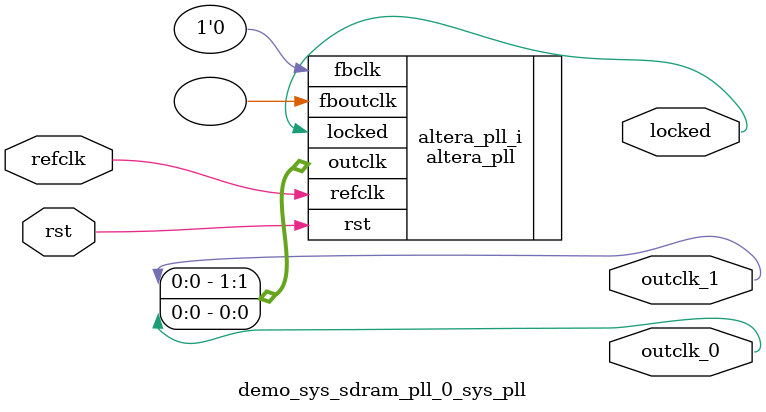
<source format=v>
`timescale 1ns/10ps
module  demo_sys_sdram_pll_0_sys_pll(

	// interface 'refclk'
	input wire refclk,

	// interface 'reset'
	input wire rst,

	// interface 'outclk0'
	output wire outclk_0,

	// interface 'outclk1'
	output wire outclk_1,

	// interface 'locked'
	output wire locked
);

	altera_pll #(
		.fractional_vco_multiplier("false"),
		.reference_clock_frequency("50.0 MHz"),
		.operation_mode("direct"),
		.number_of_clocks(2),
		.output_clock_frequency0("50.000000 MHz"),
		.phase_shift0("0 ps"),
		.duty_cycle0(50),
		.output_clock_frequency1("50.000000 MHz"),
		.phase_shift1("-3000 ps"),
		.duty_cycle1(50),
		.output_clock_frequency2("0 MHz"),
		.phase_shift2("0 ps"),
		.duty_cycle2(50),
		.output_clock_frequency3("0 MHz"),
		.phase_shift3("0 ps"),
		.duty_cycle3(50),
		.output_clock_frequency4("0 MHz"),
		.phase_shift4("0 ps"),
		.duty_cycle4(50),
		.output_clock_frequency5("0 MHz"),
		.phase_shift5("0 ps"),
		.duty_cycle5(50),
		.output_clock_frequency6("0 MHz"),
		.phase_shift6("0 ps"),
		.duty_cycle6(50),
		.output_clock_frequency7("0 MHz"),
		.phase_shift7("0 ps"),
		.duty_cycle7(50),
		.output_clock_frequency8("0 MHz"),
		.phase_shift8("0 ps"),
		.duty_cycle8(50),
		.output_clock_frequency9("0 MHz"),
		.phase_shift9("0 ps"),
		.duty_cycle9(50),
		.output_clock_frequency10("0 MHz"),
		.phase_shift10("0 ps"),
		.duty_cycle10(50),
		.output_clock_frequency11("0 MHz"),
		.phase_shift11("0 ps"),
		.duty_cycle11(50),
		.output_clock_frequency12("0 MHz"),
		.phase_shift12("0 ps"),
		.duty_cycle12(50),
		.output_clock_frequency13("0 MHz"),
		.phase_shift13("0 ps"),
		.duty_cycle13(50),
		.output_clock_frequency14("0 MHz"),
		.phase_shift14("0 ps"),
		.duty_cycle14(50),
		.output_clock_frequency15("0 MHz"),
		.phase_shift15("0 ps"),
		.duty_cycle15(50),
		.output_clock_frequency16("0 MHz"),
		.phase_shift16("0 ps"),
		.duty_cycle16(50),
		.output_clock_frequency17("0 MHz"),
		.phase_shift17("0 ps"),
		.duty_cycle17(50),
		.pll_type("General"),
		.pll_subtype("General")
	) altera_pll_i (
		.rst	(rst),
		.outclk	({outclk_1, outclk_0}),
		.locked	(locked),
		.fboutclk	( ),
		.fbclk	(1'b0),
		.refclk	(refclk)
	);
endmodule


</source>
